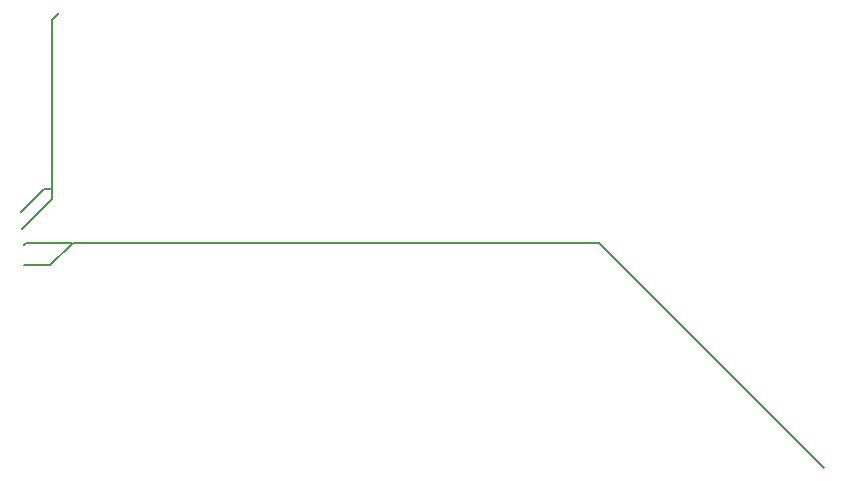
<source format=gbr>
G04 #@! TF.FileFunction,Legend,Top*
%FSLAX46Y46*%
G04 Gerber Fmt 4.6, Leading zero omitted, Abs format (unit mm)*
G04 Created by KiCad (PCBNEW 4.0.7) date 05/18/18 17:47:47*
%MOMM*%
%LPD*%
G01*
G04 APERTURE LIST*
%ADD10C,0.100000*%
%ADD11C,0.200000*%
%ADD12C,0.150000*%
G04 APERTURE END LIST*
D10*
D11*
X151130000Y-89300000D02*
X170210000Y-108380000D01*
X106590000Y-89300000D02*
X151130000Y-89300000D01*
X102470000Y-89480000D02*
X102490000Y-89460000D01*
X102650000Y-89300000D02*
X102470000Y-89480000D01*
X106560000Y-89300000D02*
X102650000Y-89300000D01*
X106500000Y-89360000D02*
X106560000Y-89300000D01*
X104700000Y-91160000D02*
X106500000Y-89360000D01*
X102440000Y-91160000D02*
X104700000Y-91160000D01*
X104820000Y-70380000D02*
X105410000Y-69790000D01*
X104820000Y-84710000D02*
X104820000Y-70380000D01*
X102260000Y-88120000D02*
X102260000Y-88130000D01*
X104810000Y-85570000D02*
X102260000Y-88120000D01*
X104810000Y-84720000D02*
X104810000Y-85570000D01*
X104200000Y-84720000D02*
X104810000Y-84720000D01*
X102240000Y-86680000D02*
X104200000Y-84720000D01*
D12*
M02*

</source>
